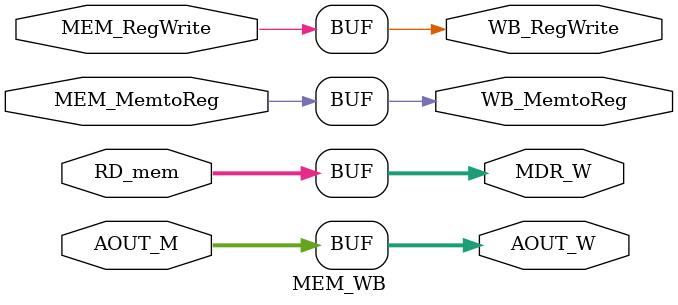
<source format=v>
module MEM_WB (RD_mem, AOUT_M, MEM_MemtoReg, MEM_RegWrite,
MDR_W, AOUT_W, WB_MemtoReg, WB_RegWrite);
    
    input [31:0] RD_mem;
    input [31:0] AOUT_M;
    input MEM_MemtoReg;
    input MEM_RegWrite;

    output reg [31:0] MDR_W;
    output reg [31:0] AOUT_W;
    output reg WB_MemtoReg;
    output reg WB_RegWrite;


    always @(*) begin
        MDR_W <= RD_mem;
        AOUT_W <= AOUT_M;
        WB_MemtoReg <= MEM_MemtoReg;
        WB_RegWrite <= MEM_RegWrite;
    end
endmodule
</source>
